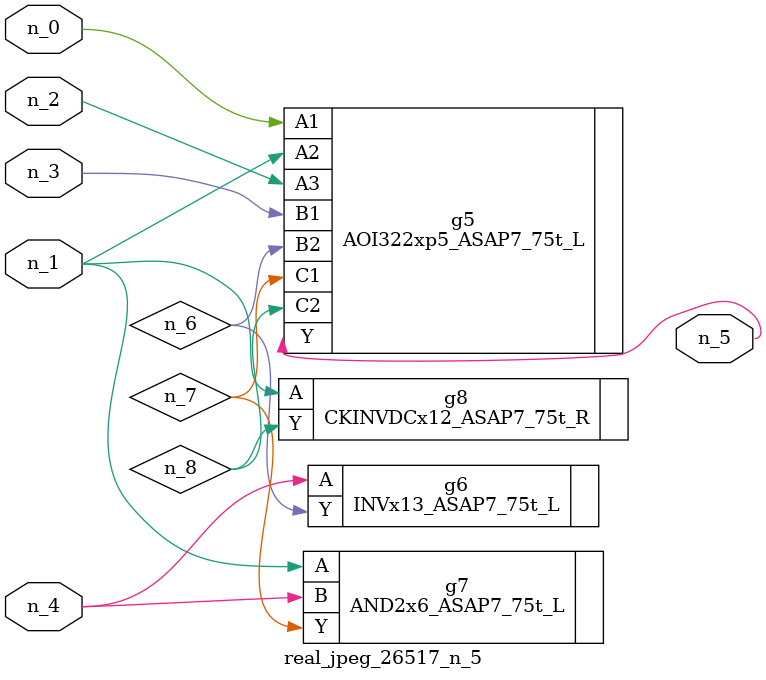
<source format=v>
module real_jpeg_26517_n_5 (n_4, n_0, n_1, n_2, n_3, n_5);

input n_4;
input n_0;
input n_1;
input n_2;
input n_3;

output n_5;

wire n_8;
wire n_6;
wire n_7;

AOI322xp5_ASAP7_75t_L g5 ( 
.A1(n_0),
.A2(n_1),
.A3(n_2),
.B1(n_3),
.B2(n_6),
.C1(n_7),
.C2(n_8),
.Y(n_5)
);

AND2x6_ASAP7_75t_L g7 ( 
.A(n_1),
.B(n_4),
.Y(n_7)
);

CKINVDCx12_ASAP7_75t_R g8 ( 
.A(n_1),
.Y(n_8)
);

INVx13_ASAP7_75t_L g6 ( 
.A(n_4),
.Y(n_6)
);


endmodule
</source>
